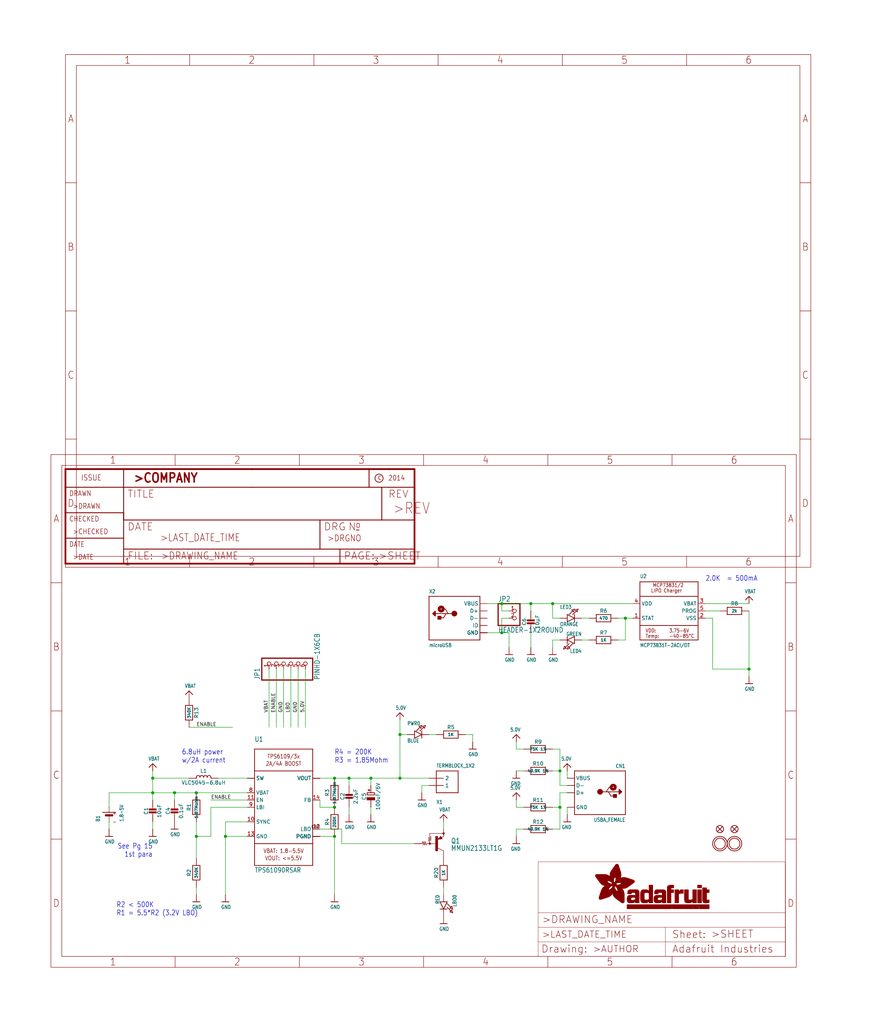
<source format=kicad_sch>
(kicad_sch (version 20211123) (generator eeschema)
  (paper "User" 303.53 357.581)
  (lib_symbols
    (symbol "schematicEagle-eagle-import:-PNP_DRIVER-SC59-BEC"
      (property "Reference" "T" (at -10.16 7.62 0))
      (property "Value" "-PNP_DRIVER-SC59-BEC" (at -10.16 5.08 0))
      (symbol "-PNP_DRIVER-SC59-BEC_1_0"
        (pin passive line (at -7.62 0 0) (length 2.54) (name "B") (number "B"))
        (pin passive line (at 2.54 -5.08 90) (length 2.54) (name "C") (number "C"))
        (pin passive line (at 2.54 5.08 270) (length 2.54) (name "E") (number "E"))
      )
    )
    (symbol "schematicEagle-eagle-import:5.0V" (power)
      (property "Value" "5.0V" (at -1.524 1.016 0))
      (symbol "5.0V_1_0"
        (pin power_in line (at 0 -2.54 90) (length 2.54) (name "5.0V") (number "1"))
      )
    )
    (symbol "schematicEagle-eagle-import:BATTERY"
      (property "Reference" "B" (at -2.54 3.175 0))
      (property "Value" "BATTERY" (at -2.54 -5.08 0))
      (symbol "BATTERY_1_0"
        (text "+" (at 1.27 -1.143 900) (effects (font (size 1.27 1.0795)) (justify right top)))
        (text "-" (at -1.778 -1.143 900) (effects (font (size 1.27 1.0795)) (justify right top)))
        (pin passive line (at -2.54 0 0) (length 0) (name "-") (number "1"))
        (pin passive line (at 2.54 0 180) (length 0) (name "+") (number "2"))
      )
    )
    (symbol "schematicEagle-eagle-import:CAP_CERAMIC0805-NOOUTLINE"
      (property "Reference" "C" (at -2.29 1.25 90))
      (property "Value" "CAP_CERAMIC0805-NOOUTLINE" (at 2.3 1.25 90))
      (symbol "CAP_CERAMIC0805-NOOUTLINE_1_0"
        (pin passive line (at 0 5.08 270) (length 2.54) (name "1") (number "1"))
        (pin passive line (at 0 -2.54 90) (length 2.54) (name "2") (number "2"))
      )
    )
    (symbol "schematicEagle-eagle-import:CAP_TANTALUMB{slash}3528_REFLOW"
      (property "Reference" "C" (at -2.39 1.25 90))
      (property "Value" "CAP_TANTALUMB{slash}3528_REFLOW" (at 2.5 1.25 90))
      (symbol "CAP_TANTALUMB{slash}3528_REFLOW_1_0"
        (pin passive line (at 0 5.08 270) (length 2.54) (name "+") (number "+"))
        (pin passive line (at 0 -2.54 90) (length 2.54) (name "-") (number "-"))
      )
    )
    (symbol "schematicEagle-eagle-import:FIDUCIAL{dblquote}{dblquote}")
    (symbol "schematicEagle-eagle-import:FRAME_A4"
      (symbol "FRAME_A4_0_0"
        (text "1" (at 21.6958 1.905 0) (effects (font (size 2.54 2.286))))
        (text "1" (at 21.6958 177.165 0) (effects (font (size 2.54 2.286))))
        (text "2" (at 65.0875 1.905 0) (effects (font (size 2.54 2.286))))
        (text "2" (at 65.0875 177.165 0) (effects (font (size 2.54 2.286))))
        (text "3" (at 108.4792 1.905 0) (effects (font (size 2.54 2.286))))
        (text "3" (at 108.4792 177.165 0) (effects (font (size 2.54 2.286))))
        (text "4" (at 151.8708 1.905 0) (effects (font (size 2.54 2.286))))
        (text "4" (at 151.8708 177.165 0) (effects (font (size 2.54 2.286))))
        (text "5" (at 195.2625 1.905 0) (effects (font (size 2.54 2.286))))
        (text "5" (at 195.2625 177.165 0) (effects (font (size 2.54 2.286))))
        (text "6" (at 238.6542 1.905 0) (effects (font (size 2.54 2.286))))
        (text "6" (at 238.6542 177.165 0) (effects (font (size 2.54 2.286))))
        (text "A" (at 1.905 156.6863 0) (effects (font (size 2.54 2.286))))
        (text "A" (at 258.445 156.6863 0) (effects (font (size 2.54 2.286))))
        (text "B" (at 1.905 111.9188 0) (effects (font (size 2.54 2.286))))
        (text "B" (at 258.445 111.9188 0) (effects (font (size 2.54 2.286))))
        (text "C" (at 1.905 67.1513 0) (effects (font (size 2.54 2.286))))
        (text "C" (at 258.445 67.1513 0) (effects (font (size 2.54 2.286))))
        (text "D" (at 1.905 22.3838 0) (effects (font (size 2.54 2.286))))
        (text "D" (at 258.445 22.3838 0) (effects (font (size 2.54 2.286))))
      )
      (symbol "FRAME_A4_2_0"
        (text "2014" (at 112.7125 30.1625 0) (effects (font (size 1.778 1.5113)) (justify left bottom)))
        (text ">CHECKED" (at 2.54 11.43 0) (effects (font (size 1.778 1.5113)) (justify left bottom)))
        (text ">COMPANY" (at 23.6538 29.3687 0) (effects (font (size 3.175 2.6987) (thickness 0.5397) bold) (justify left bottom)))
        (text ">DATE" (at 2.54 2.54 0) (effects (font (size 1.778 1.5113)) (justify left bottom)))
        (text ">DRAWING_NAME" (at 33.3375 2.54 0) (effects (font (size 2.54 2.159)) (justify left bottom)))
        (text ">DRAWN" (at 2.54 20.32 0) (effects (font (size 1.778 1.5113)) (justify left bottom)))
        (text ">DRGNO" (at 91.44 8.89 0) (effects (font (size 2.1844 1.8567)) (justify left bottom)))
        (text ">LAST_DATE_TIME" (at 33.02 8.89 0) (effects (font (size 2.54 2.159)) (justify left bottom)))
        (text ">REV" (at 114.3 18.415 0) (effects (font (size 3.81 3.2385)) (justify left bottom)))
        (text ">SHEET" (at 109.22 2.54 0) (effects (font (size 2.54 2.54)) (justify left bottom)))
        (text "C" (at 109.0612 30.48 0) (effects (font (size 1.27 1.0795)) (justify left bottom)))
        (text "CHECKED" (at 1.27 15.875 0) (effects (font (size 1.778 1.5113)) (justify left bottom)))
        (text "DATE" (at 1.27 6.985 0) (effects (font (size 1.778 1.5113)) (justify left bottom)))
        (text "DATE" (at 21.59 12.7 0) (effects (font (size 2.54 2.54)) (justify left bottom)))
        (text "DRAWN" (at 1.27 24.765 0) (effects (font (size 1.778 1.5113)) (justify left bottom)))
        (text "DRG" (at 90.17 12.7 0) (effects (font (size 2.54 2.54)) (justify left bottom)))
        (text "FILE:" (at 21.59 2.54 0) (effects (font (size 2.54 2.54)) (justify left bottom)))
        (text "ISSUE" (at 5.3975 30.1625 0) (effects (font (size 1.9304 1.6408)) (justify left bottom)))
        (text "N" (at 98.7425 12.7 0) (effects (font (size 2.54 2.54)) (justify left bottom)))
        (text "o" (at 101.2825 13.6525 0) (effects (font (size 2.1844 1.8567)) (justify left bottom)))
        (text "PAGE:" (at 97.155 2.54 0) (effects (font (size 2.54 2.54)) (justify left bottom)))
        (text "REV" (at 112.7125 24.13 0) (effects (font (size 2.54 2.54)) (justify left bottom)))
        (text "TITLE" (at 21.59 24.13 0) (effects (font (size 2.54 2.54)) (justify left bottom)))
      )
    )
    (symbol "schematicEagle-eagle-import:FRAME_A4_ADAFRUIT"
      (symbol "FRAME_A4_ADAFRUIT_0_0"
        (text "1" (at 21.6958 1.905 0) (effects (font (size 2.54 2.286))))
        (text "1" (at 21.6958 177.165 0) (effects (font (size 2.54 2.286))))
        (text "2" (at 65.0875 1.905 0) (effects (font (size 2.54 2.286))))
        (text "2" (at 65.0875 177.165 0) (effects (font (size 2.54 2.286))))
        (text "3" (at 108.4792 1.905 0) (effects (font (size 2.54 2.286))))
        (text "3" (at 108.4792 177.165 0) (effects (font (size 2.54 2.286))))
        (text "4" (at 151.8708 1.905 0) (effects (font (size 2.54 2.286))))
        (text "4" (at 151.8708 177.165 0) (effects (font (size 2.54 2.286))))
        (text "5" (at 195.2625 1.905 0) (effects (font (size 2.54 2.286))))
        (text "5" (at 195.2625 177.165 0) (effects (font (size 2.54 2.286))))
        (text "6" (at 238.6542 1.905 0) (effects (font (size 2.54 2.286))))
        (text "6" (at 238.6542 177.165 0) (effects (font (size 2.54 2.286))))
        (text "A" (at 1.905 156.6863 0) (effects (font (size 2.54 2.286))))
        (text "A" (at 258.445 156.6863 0) (effects (font (size 2.54 2.286))))
        (text "B" (at 1.905 111.9188 0) (effects (font (size 2.54 2.286))))
        (text "B" (at 258.445 111.9188 0) (effects (font (size 2.54 2.286))))
        (text "C" (at 1.905 67.1513 0) (effects (font (size 2.54 2.286))))
        (text "C" (at 258.445 67.1513 0) (effects (font (size 2.54 2.286))))
        (text "D" (at 1.905 22.3838 0) (effects (font (size 2.54 2.286))))
        (text "D" (at 258.445 22.3838 0) (effects (font (size 2.54 2.286))))
      )
      (symbol "FRAME_A4_ADAFRUIT_1_0"
        (text ">AUTHOR" (at 189.23 5.08 0) (effects (font (size 2.286 2.286)) (justify left bottom)))
        (text ">DRAWING_NAME" (at 171.45 15.24 0) (effects (font (size 2.54 2.54)) (justify left bottom)))
        (text ">LAST_DATE_TIME" (at 171.45 10.16 0) (effects (font (size 2.286 2.286)) (justify left bottom)))
        (text ">SHEET" (at 230.505 10.16 0) (effects (font (size 2.54 2.54)) (justify left bottom)))
        (text "Adafruit Industries" (at 216.916 4.953 0) (effects (font (size 2.54 2.54)) (justify left bottom)))
        (text "Drawing:" (at 171.196 4.953 0) (effects (font (size 2.54 2.54)) (justify left bottom)))
        (text "Sheet:" (at 216.916 10.033 0) (effects (font (size 2.54 2.54)) (justify left bottom)))
      )
    )
    (symbol "schematicEagle-eagle-import:GND" (power)
      (property "Value" "GND" (at -1.524 -2.54 0))
      (symbol "GND_1_0"
        (pin power_in line (at 0 2.54 270) (length 2.54) (name "GND") (number "1"))
      )
    )
    (symbol "schematicEagle-eagle-import:HEADER-1X2ROUND"
      (property "Reference" "JP" (at -6.35 5.715 0))
      (property "Value" "HEADER-1X2ROUND" (at -6.35 -5.08 0))
      (symbol "HEADER-1X2ROUND_1_0"
        (pin passive inverted (at -2.54 2.54 0) (length 2.54) (name "1") (number "1"))
        (pin passive inverted (at -2.54 0 0) (length 2.54) (name "2") (number "2"))
      )
    )
    (symbol "schematicEagle-eagle-import:INDUCTORTDK_VLC5045"
      (property "Reference" "L" (at 0 2.54 0))
      (property "Value" "INDUCTORTDK_VLC5045" (at 0 -1.54 0))
      (symbol "INDUCTORTDK_VLC5045_1_0"
        (pin passive line (at -5.08 0 0) (length 2.54) (name "1") (number "P$1"))
        (pin passive line (at 5.08 0 180) (length 2.54) (name "2") (number "P$2"))
      )
    )
    (symbol "schematicEagle-eagle-import:LED0805_NOOUTLINE"
      (property "Reference" "LED" (at -5.08 3.175 0))
      (property "Value" "LED0805_NOOUTLINE" (at -5.08 -2.794 0))
      (symbol "LED0805_NOOUTLINE_1_0"
        (pin passive line (at -5.08 0 0) (length 2.54) (name "A") (number "A"))
        (pin passive line (at 2.54 0 180) (length 2.54) (name "C") (number "C"))
      )
    )
    (symbol "schematicEagle-eagle-import:MCP73831{slash}2"
      (property "Reference" "U" (at -10.16 11.43 0))
      (property "Value" "MCP73831{slash}2" (at -10.16 -12.7 0))
      (symbol "MCP73831{slash}2_1_0"
        (text "-40-85°C" (at 0 -9.525 0) (effects (font (size 1.27 1.0795)) (justify left bottom)))
        (text "3.75-6V" (at 0 -7.62 0) (effects (font (size 1.27 1.0795)) (justify left bottom)))
        (text "LIPO Charger" (at -6.35 6.35 0) (effects (font (size 1.27 1.0795)) (justify left bottom)))
        (text "MCP73831/2" (at -5.715 8.255 0) (effects (font (size 1.27 1.0795)) (justify left bottom)))
        (text "Temp:" (at -8.255 -9.525 0) (effects (font (size 1.27 1.0795)) (justify left bottom)))
        (text "VDD:" (at -8.255 -7.62 0) (effects (font (size 1.27 1.0795)) (justify left bottom)))
        (pin output line (at -12.7 -2.54 0) (length 2.54) (name "STAT") (number "1"))
        (pin power_in line (at 12.7 -2.54 180) (length 2.54) (name "VSS") (number "2"))
        (pin power_in line (at 12.7 2.54 180) (length 2.54) (name "VBAT") (number "3"))
        (pin power_in line (at -12.7 2.54 0) (length 2.54) (name "VDD") (number "4"))
        (pin input line (at 12.7 0 180) (length 2.54) (name "PROG") (number "5"))
      )
    )
    (symbol "schematicEagle-eagle-import:MOUNTINGHOLE2.5")
    (symbol "schematicEagle-eagle-import:PINHD-1X6CB"
      (property "Reference" "JP" (at -6.35 10.795 0))
      (property "Value" "PINHD-1X6CB" (at -6.35 -10.16 0))
      (symbol "PINHD-1X6CB_1_0"
        (pin passive inverted (at -2.54 7.62 0) (length 2.54) (name "1") (number "1"))
        (pin passive inverted (at -2.54 5.08 0) (length 2.54) (name "2") (number "2"))
        (pin passive inverted (at -2.54 2.54 0) (length 2.54) (name "3") (number "3"))
        (pin passive inverted (at -2.54 0 0) (length 2.54) (name "4") (number "4"))
        (pin passive inverted (at -2.54 -2.54 0) (length 2.54) (name "5") (number "5"))
        (pin passive inverted (at -2.54 -5.08 0) (length 2.54) (name "6") (number "6"))
      )
    )
    (symbol "schematicEagle-eagle-import:RESISTOR0805_NOOUTLINE"
      (property "Reference" "R" (at 0 2.54 0))
      (property "Value" "RESISTOR0805_NOOUTLINE" (at 0 0 0))
      (symbol "RESISTOR0805_NOOUTLINE_1_0"
        (pin passive line (at -5.08 0 0) (length 2.54) (name "1") (number "1"))
        (pin passive line (at 5.08 0 180) (length 2.54) (name "2") (number "2"))
      )
    )
    (symbol "schematicEagle-eagle-import:TERMBLOCK_1X2"
      (property "Reference" "X" (at -2.54 7.62 0))
      (property "Value" "TERMBLOCK_1X2" (at -2.54 -5.08 0))
      (symbol "TERMBLOCK_1X2_1_0"
        (pin passive line (at -5.08 2.54 0) (length 5.08) (name "1") (number "1"))
        (pin passive line (at -5.08 0 0) (length 5.08) (name "2") (number "2"))
      )
    )
    (symbol "schematicEagle-eagle-import:USBMICRO_20329"
      (property "Reference" "X" (at -10.16 8.636 0))
      (property "Value" "USBMICRO_20329" (at -10.16 -10.16 0))
      (symbol "USBMICRO_20329_1_0"
        (pin power_in line (at 10.16 -5.08 180) (length 2.54) (name "GND") (number "BASE@1"))
        (pin power_in line (at 10.16 -5.08 180) (length 2.54) (name "GND") (number "BASE@2"))
        (pin bidirectional line (at 10.16 2.54 180) (length 2.54) (name "D+") (number "D+"))
        (pin bidirectional line (at 10.16 0 180) (length 2.54) (name "D-") (number "D-"))
        (pin power_in line (at 10.16 -5.08 180) (length 2.54) (name "GND") (number "GND"))
        (pin bidirectional line (at 10.16 -2.54 180) (length 2.54) (name "ID") (number "ID"))
        (pin power_in line (at 10.16 -5.08 180) (length 2.54) (name "GND") (number "SPRT@1"))
        (pin power_in line (at 10.16 -5.08 180) (length 2.54) (name "GND") (number "SPRT@2"))
        (pin power_in line (at 10.16 -5.08 180) (length 2.54) (name "GND") (number "SPRT@3"))
        (pin power_in line (at 10.16 -5.08 180) (length 2.54) (name "GND") (number "SPRT@4"))
        (pin power_in line (at 10.16 5.08 180) (length 2.54) (name "VBUS") (number "VBUS"))
      )
    )
    (symbol "schematicEagle-eagle-import:USB_TYPEAPTHFML"
      (property "Reference" "X" (at -10.16 8.636 0))
      (property "Value" "USB_TYPEAPTHFML" (at -10.16 -10.16 0))
      (symbol "USB_TYPEAPTHFML_1_0"
        (pin bidirectional line (at 10.16 0 180) (length 2.54) (name "D+") (number "D+"))
        (pin bidirectional line (at 10.16 2.54 180) (length 2.54) (name "D-") (number "D-"))
        (pin power_in line (at 10.16 -5.08 180) (length 2.54) (name "GND") (number "GND"))
        (pin power_in line (at 10.16 5.08 180) (length 2.54) (name "VBUS") (number "VBUS"))
      )
    )
    (symbol "schematicEagle-eagle-import:VBAT" (power)
      (property "Value" "VBAT" (at -1.524 1.016 0))
      (symbol "VBAT_1_0"
        (pin power_in line (at 0 -2.54 90) (length 2.54) (name "VBAT") (number "1"))
      )
    )
    (symbol "schematicEagle-eagle-import:VREG_TPS6103X"
      (property "Reference" "U" (at -10.16 22.86 0))
      (property "Value" "VREG_TPS6103X" (at -10.16 -22.86 0))
      (symbol "VREG_TPS6103X_1_0"
        (text "2A/4A BOOST" (at 0 15.24 0) (effects (font (size 1.4224 1.209))))
        (text "TPS6109/3x" (at 0 17.78 0) (effects (font (size 1.4224 1.209))))
        (text "VBAT: 1.8-5.5V" (at 0 -15.24 0) (effects (font (size 1.4224 1.209))))
        (text "VOUT: <=5.5V" (at 0 -17.78 0) (effects (font (size 1.4224 1.209))))
        (pin power_in line (at 12.7 10.16 180) (length 2.54) (name "VOUT") (number "1"))
        (pin input line (at -12.7 -5.08 0) (length 2.54) (name "SYNC") (number "10"))
        (pin input line (at -12.7 2.54 0) (length 2.54) (name "EN") (number "11"))
        (pin output line (at 12.7 -7.62 180) (length 2.54) (name "LBO") (number "12"))
        (pin power_in line (at -12.7 -10.16 0) (length 2.54) (name "GND") (number "13"))
        (pin input line (at 12.7 2.54 180) (length 2.54) (name "FB") (number "14"))
        (pin power_in line (at 12.7 10.16 180) (length 2.54) (name "VOUT") (number "15"))
        (pin power_in line (at 12.7 10.16 180) (length 2.54) (name "VOUT") (number "16"))
        (pin input line (at -12.7 10.16 0) (length 2.54) (name "SW") (number "3"))
        (pin input line (at -12.7 10.16 0) (length 2.54) (name "SW") (number "4"))
        (pin power_in line (at 12.7 -10.16 180) (length 2.54) (name "PGND") (number "5"))
        (pin power_in line (at 12.7 -10.16 180) (length 2.54) (name "PGND") (number "6"))
        (pin power_in line (at 12.7 -10.16 180) (length 2.54) (name "PGND") (number "7"))
        (pin input line (at -12.7 5.08 0) (length 2.54) (name "VBAT") (number "8"))
        (pin input line (at -12.7 0 0) (length 2.54) (name "LBI") (number "9"))
        (pin power_in line (at 12.7 -10.16 180) (length 2.54) (name "PGND") (number "P$18"))
        (pin power_in line (at 12.7 -10.16 180) (length 2.54) (name "PGND") (number "P$19"))
        (pin power_in line (at 12.7 -10.16 180) (length 2.54) (name "PGND") (number "P$20"))
        (pin power_in line (at 12.7 -10.16 180) (length 2.54) (name "PGND") (number "P$21"))
        (pin power_in line (at 12.7 -10.16 180) (length 2.54) (name "PGND") (number "P$22"))
        (pin power_in line (at 12.7 -10.16 180) (length 2.54) (name "PGND") (number "THERMAL"))
      )
    )
  )
  (junction (at 53.34 276.86))
  (junction (at 129.54 271.78))
  (junction (at 116.84 292.1))
  (junction (at 218.44 215.9))
  (junction (at 53.34 271.78))
  (junction (at 175.26 220.98))
  (junction (at 185.42 210.82))
  (junction (at 139.7 256.54))
  (junction (at 195.58 269.24))
  (junction (at 68.58 276.86))
  (junction (at 121.92 271.78))
  (junction (at 116.84 271.78))
  (junction (at 60.96 276.86))
  (junction (at 261.62 233.68))
  (junction (at 78.74 292.1))
  (junction (at 195.58 281.94))
  (junction (at 175.26 210.82))
  (junction (at 68.58 292.1))
  (junction (at 193.04 210.82))
  (junction (at 139.7 271.78))
  (junction (at 116.84 281.94))
  (wire (pts (xy 66.04 271.78) (xy 53.34 271.78)))
  (wire (pts (xy 149.86 271.78) (xy 139.7 271.78)))
  (wire (pts (xy 86.36 292.1) (xy 78.74 292.1)))
  (wire (pts (xy 147.32 274.32) (xy 149.86 274.32)))
  (wire (pts (xy 182.88 261.62) (xy 180.34 261.62)))
  (wire (pts (xy 177.8 220.98) (xy 177.8 226.06)))
  (wire (pts (xy 86.36 276.86) (xy 68.58 276.86)))
  (wire (pts (xy 195.58 289.56) (xy 193.04 289.56)))
  (wire (pts (xy 246.38 215.9) (xy 248.92 215.9)))
  (wire (pts (xy 154.94 312.42) (xy 154.94 309.88)))
  (wire (pts (xy 111.76 289.56) (xy 119.38 289.56)))
  (wire (pts (xy 185.42 213.36) (xy 185.42 210.82)))
  (wire (pts (xy 248.92 215.9) (xy 248.92 233.68)))
  (wire (pts (xy 180.34 289.56) (xy 180.34 292.1)))
  (wire (pts (xy 111.76 279.4) (xy 111.76 281.94)))
  (wire (pts (xy 119.38 289.56) (xy 119.38 294.64)))
  (wire (pts (xy 175.26 210.82) (xy 185.42 210.82)))
  (wire (pts (xy 129.54 271.78) (xy 129.54 274.32)))
  (wire (pts (xy 193.04 215.9) (xy 193.04 210.82)))
  (wire (pts (xy 104.14 233.68) (xy 104.14 254)))
  (wire (pts (xy 119.38 294.64) (xy 144.78 294.64)))
  (wire (pts (xy 38.1 276.86) (xy 38.1 281.94)))
  (wire (pts (xy 215.9 223.52) (xy 218.44 223.52)))
  (wire (pts (xy 111.76 271.78) (xy 116.84 271.78)))
  (wire (pts (xy 53.34 287.02) (xy 53.34 289.56)))
  (wire (pts (xy 111.76 292.1) (xy 116.84 292.1)))
  (wire (pts (xy 215.9 215.9) (xy 218.44 215.9)))
  (wire (pts (xy 165.1 256.54) (xy 165.1 259.08)))
  (wire (pts (xy 68.58 276.86) (xy 60.96 276.86)))
  (wire (pts (xy 101.6 233.68) (xy 101.6 254)))
  (wire (pts (xy 116.84 292.1) (xy 116.84 312.42)))
  (wire (pts (xy 195.58 269.24) (xy 193.04 269.24)))
  (wire (pts (xy 185.42 210.82) (xy 193.04 210.82)))
  (wire (pts (xy 195.58 215.9) (xy 193.04 215.9)))
  (wire (pts (xy 96.52 233.68) (xy 96.52 254)))
  (wire (pts (xy 73.66 292.1) (xy 73.66 281.94)))
  (wire (pts (xy 180.34 281.94) (xy 180.34 279.4)))
  (wire (pts (xy 198.12 274.32) (xy 195.58 274.32)))
  (wire (pts (xy 86.36 281.94) (xy 73.66 281.94)))
  (wire (pts (xy 86.36 271.78) (xy 76.2 271.78)))
  (wire (pts (xy 149.86 256.54) (xy 152.4 256.54)))
  (wire (pts (xy 198.12 281.94) (xy 198.12 284.48)))
  (wire (pts (xy 170.18 220.98) (xy 175.26 220.98)))
  (wire (pts (xy 38.1 287.02) (xy 38.1 289.56)))
  (wire (pts (xy 116.84 271.78) (xy 121.92 271.78)))
  (wire (pts (xy 185.42 220.98) (xy 185.42 226.06)))
  (wire (pts (xy 68.58 292.1) (xy 68.58 299.72)))
  (wire (pts (xy 248.92 233.68) (xy 261.62 233.68)))
  (wire (pts (xy 53.34 271.78) (xy 53.34 276.86)))
  (wire (pts (xy 60.96 276.86) (xy 53.34 276.86)))
  (wire (pts (xy 142.24 256.54) (xy 139.7 256.54)))
  (wire (pts (xy 195.58 223.52) (xy 193.04 223.52)))
  (wire (pts (xy 53.34 271.78) (xy 53.34 269.24)))
  (wire (pts (xy 121.92 281.94) (xy 121.92 284.48)))
  (wire (pts (xy 195.58 261.62) (xy 193.04 261.62)))
  (wire (pts (xy 195.58 276.86) (xy 195.58 281.94)))
  (wire (pts (xy 195.58 281.94) (xy 193.04 281.94)))
  (wire (pts (xy 261.62 213.36) (xy 261.62 233.68)))
  (wire (pts (xy 182.88 281.94) (xy 180.34 281.94)))
  (wire (pts (xy 68.58 312.42) (xy 68.58 309.88)))
  (wire (pts (xy 205.74 223.52) (xy 203.2 223.52)))
  (wire (pts (xy 53.34 276.86) (xy 53.34 279.4)))
  (wire (pts (xy 246.38 213.36) (xy 251.46 213.36)))
  (wire (pts (xy 182.88 269.24) (xy 180.34 269.24)))
  (wire (pts (xy 81.28 254) (xy 66.04 254)))
  (wire (pts (xy 78.74 287.02) (xy 78.74 292.1)))
  (wire (pts (xy 139.7 256.54) (xy 139.7 251.46)))
  (wire (pts (xy 177.8 213.36) (xy 175.26 213.36)))
  (wire (pts (xy 198.12 276.86) (xy 195.58 276.86)))
  (wire (pts (xy 147.32 274.32) (xy 147.32 276.86)))
  (wire (pts (xy 175.26 215.9) (xy 175.26 220.98)))
  (wire (pts (xy 68.58 292.1) (xy 68.58 287.02)))
  (wire (pts (xy 261.62 210.82) (xy 246.38 210.82)))
  (wire (pts (xy 175.26 220.98) (xy 177.8 220.98)))
  (wire (pts (xy 99.06 254) (xy 99.06 233.68)))
  (wire (pts (xy 198.12 271.78) (xy 198.12 269.24)))
  (wire (pts (xy 73.66 292.1) (xy 68.58 292.1)))
  (wire (pts (xy 180.34 261.62) (xy 180.34 259.08)))
  (wire (pts (xy 106.68 233.68) (xy 106.68 254)))
  (wire (pts (xy 86.36 279.4) (xy 73.66 279.4)))
  (wire (pts (xy 162.56 256.54) (xy 165.1 256.54)))
  (wire (pts (xy 111.76 281.94) (xy 116.84 281.94)))
  (wire (pts (xy 195.58 274.32) (xy 195.58 269.24)))
  (wire (pts (xy 203.2 215.9) (xy 205.74 215.9)))
  (wire (pts (xy 154.94 289.56) (xy 154.94 287.02)))
  (wire (pts (xy 86.36 287.02) (xy 78.74 287.02)))
  (wire (pts (xy 129.54 281.94) (xy 129.54 284.48)))
  (wire (pts (xy 193.04 223.52) (xy 193.04 226.06)))
  (wire (pts (xy 38.1 276.86) (xy 53.34 276.86)))
  (wire (pts (xy 193.04 210.82) (xy 220.98 210.82)))
  (wire (pts (xy 139.7 271.78) (xy 139.7 256.54)))
  (wire (pts (xy 129.54 271.78) (xy 139.7 271.78)))
  (wire (pts (xy 177.8 215.9) (xy 175.26 215.9)))
  (wire (pts (xy 170.18 210.82) (xy 175.26 210.82)))
  (wire (pts (xy 218.44 223.52) (xy 218.44 215.9)))
  (wire (pts (xy 182.88 289.56) (xy 180.34 289.56)))
  (wire (pts (xy 175.26 213.36) (xy 175.26 210.82)))
  (wire (pts (xy 195.58 269.24) (xy 195.58 261.62)))
  (wire (pts (xy 78.74 292.1) (xy 78.74 312.42)))
  (wire (pts (xy 218.44 215.9) (xy 220.98 215.9)))
  (wire (pts (xy 60.96 279.4) (xy 60.96 276.86)))
  (wire (pts (xy 121.92 274.32) (xy 121.92 271.78)))
  (wire (pts (xy 261.62 233.68) (xy 261.62 236.22)))
  (wire (pts (xy 93.98 233.68) (xy 93.98 254)))
  (wire (pts (xy 121.92 271.78) (xy 129.54 271.78)))
  (wire (pts (xy 195.58 281.94) (xy 195.58 289.56)))
  (text "R2 < 500K\nR1 = 5.5*R2 (3.2V LBO)" (at 40.64 320.04 180) (effects (font (size 1.778 1.5113)) (justify left bottom)))
  (text "6.8uH power\nw/2A current" (at 63.5 266.7 180) (effects (font (size 1.778 1.5113)) (justify left bottom)))
  (text "2.0K  = 500mA" (at 246.38 203.2 180) (effects (font (size 1.778 1.5113)) (justify left bottom)))
  (text "See Pg 15\n1st para" (at 53.34 294.64 180) (effects (font (size 1.778 1.5113)) (justify right top)))
  (text "R4 = 200K\nR3 = 1.85Mohm" (at 116.84 266.7 180) (effects (font (size 1.778 1.5113)) (justify left bottom)))
  (label "ENABLE" (at 68.58 254 0) (effects (font (size 1.2446 1.2446))))
  (label "5.0V" (at 106.68 248.92 90) (effects (font (size 1.2446 1.2446))))
  (label "ENABLE" (at 73.66 279.4 0) (effects (font (size 1.2446 1.2446))))
  (label "VBAT" (at 93.98 248.92 90) (effects (font (size 1.2446 1.2446))))
  (label "GND" (at 104.14 248.92 90) (effects (font (size 1.2446 1.2446))))
  (label "LBO" (at 111.76 289.56 180) (effects (font (size 1.016 1.016))))
  (label "GND" (at 99.06 248.92 90) (effects (font (size 1.2446 1.2446))))
  (label "ENABLE" (at 96.52 248.92 90) (effects (font (size 1.2446 1.2446))))
  (label "LBO" (at 101.6 248.92 90) (effects (font (size 1.2446 1.2446))))
  (symbol (lib_id "schematicEagle-eagle-import:GND") (at 68.58 314.96 0) (unit 1)
    (property "Reference" "#U$1" (effects hide))
    (property "Value" "GND" (at 67.056 317.5 0) (effects (font (size 1.27 1.0795)) (justify left bottom)))
    (property "Footprint" "schematicEagle:" (effects hide))
  )
  (symbol (lib_id "schematicEagle-eagle-import:BATTERY") (at 38.1 284.48 90) (unit 1)
    (property "Reference" "B1" (at 34.925 287.02 0) (effects (font (size 1.27 1.0795)) (justify left bottom)))
    (property "Value" "1.8-5V" (at 43.18 287.02 0) (effects (font (size 1.27 1.0795)) (justify left bottom)))
    (property "Footprint" "schematicEagle:JSTPH2" (effects hide))
  )
  (symbol (lib_id "schematicEagle-eagle-import:GND") (at 78.74 314.96 0) (unit 1)
    (property "Reference" "#U$2" (effects hide))
    (property "Value" "GND" (at 77.216 317.5 0) (effects (font (size 1.27 1.0795)) (justify left bottom)))
    (property "Footprint" "schematicEagle:" (effects hide))
  )
  (symbol (lib_id "schematicEagle-eagle-import:GND") (at 53.34 292.1 0) (unit 1)
    (property "Reference" "#U$4" (effects hide))
    (property "Value" "GND" (at 51.816 294.64 0) (effects (font (size 1.27 1.0795)) (justify left bottom)))
    (property "Footprint" "schematicEagle:" (effects hide))
  )
  (symbol (lib_id "schematicEagle-eagle-import:PINHD-1X6CB") (at 101.6 231.14 90) (unit 1)
    (property "Reference" "JP1" (at 90.805 237.49 0) (effects (font (size 1.778 1.5113)) (justify left bottom)))
    (property "Value" "PINHD-1X6CB" (at 111.76 237.49 0) (effects (font (size 1.778 1.5113)) (justify left bottom)))
    (property "Footprint" "schematicEagle:1X06-CLEANBIG" (effects hide))
  )
  (symbol (lib_id "schematicEagle-eagle-import:RESISTOR0805_NOOUTLINE") (at 210.82 215.9 0) (unit 1)
    (property "Reference" "R6" (at 210.82 213.36 0))
    (property "Value" "470" (at 210.82 215.9 0) (effects (font (size 1.016 1.016) bold)))
    (property "Footprint" "schematicEagle:0805-NO" (effects hide))
  )
  (symbol (lib_id "schematicEagle-eagle-import:FIDUCIAL{dblquote}{dblquote}") (at 251.46 289.56 0) (unit 1)
    (property "Reference" "FID3" (effects hide))
    (property "Value" "FIDUCIAL{dblquote}{dblquote}" (effects hide))
    (property "Footprint" "schematicEagle:FIDUCIAL_1MM" (effects hide))
    (property "Value" "FIDUCIAL{dblquote}{dblquote}" (effects hide))
  )
  (symbol (lib_id "schematicEagle-eagle-import:MOUNTINGHOLE2.5") (at 251.46 294.64 0) (unit 1)
    (property "Reference" "U$12" (effects hide))
    (property "Value" "MOUNTINGHOLE2.5" (effects hide))
    (property "Footprint" "schematicEagle:MOUNTINGHOLE_2.5_PLATED" (effects hide))
  )
  (symbol (lib_id "schematicEagle-eagle-import:RESISTOR0805_NOOUTLINE") (at 187.96 289.56 0) (mirror y) (unit 1)
    (property "Reference" "R12" (at 187.96 287.02 0))
    (property "Value" "49.9K 1%" (at 187.96 289.56 0) (effects (font (size 1.016 1.016) bold)))
    (property "Footprint" "schematicEagle:0805-NO" (effects hide))
  )
  (symbol (lib_id "schematicEagle-eagle-import:MCP73831{slash}2") (at 233.68 213.36 0) (unit 1)
    (property "Reference" "U2" (at 223.52 201.93 0) (effects (font (size 1.27 1.0795)) (justify left bottom)))
    (property "Value" "MCP73831T-2ACI/OT" (at 223.52 226.06 0) (effects (font (size 1.27 1.0795)) (justify left bottom)))
    (property "Footprint" "schematicEagle:SOT23-5" (effects hide))
  )
  (symbol (lib_id "schematicEagle-eagle-import:VBAT") (at 53.34 266.7 0) (unit 1)
    (property "Reference" "#U$19" (effects hide))
    (property "Value" "VBAT" (at 51.816 265.684 0) (effects (font (size 1.27 1.0795)) (justify left bottom)))
    (property "Footprint" "schematicEagle:" (effects hide))
  )
  (symbol (lib_id "schematicEagle-eagle-import:5.0V") (at 198.12 266.7 0) (mirror y) (unit 1)
    (property "Reference" "#U$17" (effects hide))
    (property "Value" "5.0V" (at 199.644 265.684 0) (effects (font (size 1.27 1.0795)) (justify left bottom)))
    (property "Footprint" "schematicEagle:" (effects hide))
  )
  (symbol (lib_id "schematicEagle-eagle-import:CAP_CERAMIC0805-NOOUTLINE") (at 60.96 284.48 0) (unit 1)
    (property "Reference" "C4" (at 58.67 283.23 90))
    (property "Value" "0.1uF" (at 63.26 283.23 90))
    (property "Footprint" "schematicEagle:0805-NO" (effects hide))
  )
  (symbol (lib_id "schematicEagle-eagle-import:GND") (at 147.32 279.4 0) (unit 1)
    (property "Reference" "#U$9" (effects hide))
    (property "Value" "GND" (at 145.796 281.94 0) (effects (font (size 1.27 1.0795)) (justify left bottom)))
    (property "Footprint" "schematicEagle:" (effects hide))
  )
  (symbol (lib_id "schematicEagle-eagle-import:INDUCTORTDK_VLC5045") (at 71.12 271.78 0) (unit 1)
    (property "Reference" "L1" (at 71.12 269.24 0))
    (property "Value" "VLC5045-6.8uH" (at 71.12 273.32 0))
    (property "Footprint" "schematicEagle:INDUCTOR_5X5MM_TDK_VLC5045" (effects hide))
  )
  (symbol (lib_id "schematicEagle-eagle-import:CAP_CERAMIC0805-NOOUTLINE") (at 185.42 218.44 0) (unit 1)
    (property "Reference" "C6" (at 183.13 217.19 90))
    (property "Value" "10µF" (at 187.72 217.19 90))
    (property "Footprint" "schematicEagle:0805-NO" (effects hide))
  )
  (symbol (lib_id "schematicEagle-eagle-import:FRAME_A4_ADAFRUIT") (at 17.78 337.82 0) (unit 1)
    (property "Reference" "#U$23" (effects hide))
    (property "Value" "FRAME_A4_ADAFRUIT" (effects hide))
    (property "Footprint" "schematicEagle:" (effects hide))
  )
  (symbol (lib_id "schematicEagle-eagle-import:USB_TYPEAPTHFML") (at 208.28 276.86 0) (mirror y) (unit 1)
    (property "Reference" "CN1" (at 218.44 268.224 0) (effects (font (size 1.27 1.0795)) (justify left bottom)))
    (property "Value" "USBA_FEMALE" (at 218.44 287.02 0) (effects (font (size 1.27 1.0795)) (justify left bottom)))
    (property "Footprint" "schematicEagle:USB_HOST-PTH" (effects hide))
  )
  (symbol (lib_id "schematicEagle-eagle-import:RESISTOR0805_NOOUTLINE") (at 256.54 213.36 0) (unit 1)
    (property "Reference" "R8" (at 256.54 210.82 0))
    (property "Value" "2k" (at 256.54 213.36 0) (effects (font (size 1.016 1.016) bold)))
    (property "Footprint" "schematicEagle:0805-NO" (effects hide))
  )
  (symbol (lib_id "schematicEagle-eagle-import:5.0V") (at 139.7 248.92 0) (unit 1)
    (property "Reference" "#U$7" (effects hide))
    (property "Value" "5.0V" (at 138.176 247.904 0) (effects (font (size 1.27 1.0795)) (justify left bottom)))
    (property "Footprint" "schematicEagle:" (effects hide))
  )
  (symbol (lib_id "schematicEagle-eagle-import:5.0V") (at 180.34 256.54 0) (mirror y) (unit 1)
    (property "Reference" "#U$15" (effects hide))
    (property "Value" "5.0V" (at 181.864 255.524 0) (effects (font (size 1.27 1.0795)) (justify left bottom)))
    (property "Footprint" "schematicEagle:" (effects hide))
  )
  (symbol (lib_id "schematicEagle-eagle-import:FRAME_A4") (at 22.86 198.12 0) (unit 2)
    (property "Reference" "#FRAME1" (effects hide))
    (property "Value" "FRAME_A4" (effects hide))
    (property "Footprint" "schematicEagle:" (effects hide))
  )
  (symbol (lib_id "schematicEagle-eagle-import:GND") (at 261.62 238.76 0) (unit 1)
    (property "Reference" "#U$32" (effects hide))
    (property "Value" "GND" (at 260.096 241.3 0) (effects (font (size 1.27 1.0795)) (justify left bottom)))
    (property "Footprint" "schematicEagle:" (effects hide))
  )
  (symbol (lib_id "schematicEagle-eagle-import:VBAT") (at 66.04 241.3 0) (unit 1)
    (property "Reference" "#U$27" (effects hide))
    (property "Value" "VBAT" (at 64.516 240.284 0) (effects (font (size 1.27 1.0795)) (justify left bottom)))
    (property "Footprint" "schematicEagle:" (effects hide))
  )
  (symbol (lib_id "schematicEagle-eagle-import:GND") (at 116.84 314.96 0) (unit 1)
    (property "Reference" "#U$3" (effects hide))
    (property "Value" "GND" (at 115.316 317.5 0) (effects (font (size 1.27 1.0795)) (justify left bottom)))
    (property "Footprint" "schematicEagle:" (effects hide))
  )
  (symbol (lib_id "schematicEagle-eagle-import:CAP_CERAMIC0805-NOOUTLINE") (at 121.92 279.4 0) (unit 1)
    (property "Reference" "C2" (at 119.63 278.15 90))
    (property "Value" "2.2uF" (at 124.22 278.15 90))
    (property "Footprint" "schematicEagle:0805-NO" (effects hide))
  )
  (symbol (lib_id "schematicEagle-eagle-import:USBMICRO_20329") (at 160.02 215.9 0) (unit 1)
    (property "Reference" "X2" (at 149.86 207.264 0) (effects (font (size 1.27 1.0795)) (justify left bottom)))
    (property "Value" "microUSB" (at 149.86 226.06 0) (effects (font (size 1.27 1.0795)) (justify left bottom)))
    (property "Footprint" "schematicEagle:4UCONN_20329" (effects hide))
  )
  (symbol (lib_id "schematicEagle-eagle-import:MOUNTINGHOLE2.5") (at 256.54 294.64 0) (unit 1)
    (property "Reference" "U$10" (effects hide))
    (property "Value" "MOUNTINGHOLE2.5" (effects hide))
    (property "Footprint" "schematicEagle:MOUNTINGHOLE_2.5_PLATED" (effects hide))
  )
  (symbol (lib_id "schematicEagle-eagle-import:VREG_TPS6103X") (at 99.06 281.94 0) (unit 1)
    (property "Reference" "U1" (at 88.9 259.08 0) (effects (font (size 1.6764 1.4249)) (justify left bottom)))
    (property "Value" "TPS61090RSAR" (at 88.9 304.8 0) (effects (font (size 1.6764 1.4249)) (justify left bottom)))
    (property "Footprint" "schematicEagle:PVQFN-16" (effects hide))
  )
  (symbol (lib_id "schematicEagle-eagle-import:GND") (at 38.1 292.1 0) (unit 1)
    (property "Reference" "#U$5" (effects hide))
    (property "Value" "GND" (at 36.576 294.64 0) (effects (font (size 1.27 1.0795)) (justify left bottom)))
    (property "Footprint" "schematicEagle:" (effects hide))
  )
  (symbol (lib_id "schematicEagle-eagle-import:CAP_TANTALUMB{slash}3528_REFLOW") (at 129.54 279.4 0) (unit 1)
    (property "Reference" "C5" (at 127.15 278.15 90))
    (property "Value" "100uF/6V" (at 132.04 278.15 90))
    (property "Footprint" "schematicEagle:EIA3528-21_B-R" (effects hide))
  )
  (symbol (lib_id "schematicEagle-eagle-import:RESISTOR0805_NOOUTLINE") (at 66.04 248.92 270) (unit 1)
    (property "Reference" "R13" (at 68.58 248.92 0))
    (property "Value" "340K" (at 66.04 248.92 0) (effects (font (size 1.016 1.016) bold)))
    (property "Footprint" "schematicEagle:0805-NO" (effects hide))
  )
  (symbol (lib_id "schematicEagle-eagle-import:LED0805_NOOUTLINE") (at 147.32 256.54 0) (unit 1)
    (property "Reference" "PWR0" (at 142.24 253.365 0) (effects (font (size 1.27 1.0795)) (justify left bottom)))
    (property "Value" "BLUE" (at 142.24 259.334 0) (effects (font (size 1.27 1.0795)) (justify left bottom)))
    (property "Footprint" "schematicEagle:CHIPLED_0805_NOOUTLINE" (effects hide))
  )
  (symbol (lib_id "schematicEagle-eagle-import:RESISTOR0805_NOOUTLINE") (at 210.82 223.52 0) (unit 1)
    (property "Reference" "R7" (at 210.82 220.98 0))
    (property "Value" "1K" (at 210.82 223.52 0) (effects (font (size 1.016 1.016) bold)))
    (property "Footprint" "schematicEagle:0805-NO" (effects hide))
  )
  (symbol (lib_id "schematicEagle-eagle-import:RESISTOR0805_NOOUTLINE") (at 187.96 281.94 0) (mirror y) (unit 1)
    (property "Reference" "R11" (at 187.96 279.4 0))
    (property "Value" "75K 1%" (at 187.96 281.94 0) (effects (font (size 1.016 1.016) bold)))
    (property "Footprint" "schematicEagle:0805-NO" (effects hide))
  )
  (symbol (lib_id "schematicEagle-eagle-import:RESISTOR0805_NOOUTLINE") (at 187.96 269.24 0) (mirror y) (unit 1)
    (property "Reference" "R10" (at 187.96 266.7 0))
    (property "Value" "49.9K 1%" (at 187.96 269.24 0) (effects (font (size 1.016 1.016) bold)))
    (property "Footprint" "schematicEagle:0805-NO" (effects hide))
  )
  (symbol (lib_id "schematicEagle-eagle-import:-PNP_DRIVER-SC59-BEC") (at 152.4 294.64 0) (unit 1)
    (property "Reference" "Q1" (at 157.48 294.64 0) (effects (font (size 1.778 1.5113)) (justify left bottom)))
    (property "Value" "MMUN2133LT1G" (at 157.48 297.18 0) (effects (font (size 1.778 1.5113)) (justify left bottom)))
    (property "Footprint" "schematicEagle:SC59-BEC" (effects hide))
  )
  (symbol (lib_id "schematicEagle-eagle-import:GND") (at 177.8 228.6 0) (unit 1)
    (property "Reference" "#U$30" (effects hide))
    (property "Value" "GND" (at 176.276 231.14 0) (effects (font (size 1.27 1.0795)) (justify left bottom)))
    (property "Footprint" "schematicEagle:" (effects hide))
  )
  (symbol (lib_id "schematicEagle-eagle-import:CAP_CERAMIC0805-NOOUTLINE") (at 53.34 284.48 0) (unit 1)
    (property "Reference" "C1" (at 51.05 283.23 90))
    (property "Value" "10uF" (at 55.64 283.23 90))
    (property "Footprint" "schematicEagle:0805-NO" (effects hide))
  )
  (symbol (lib_id "schematicEagle-eagle-import:RESISTOR0805_NOOUTLINE") (at 68.58 304.8 90) (unit 1)
    (property "Reference" "R2" (at 66.04 304.8 0))
    (property "Value" "340K" (at 68.58 304.8 0) (effects (font (size 1.016 1.016) bold)))
    (property "Footprint" "schematicEagle:0805-NO" (effects hide))
  )
  (symbol (lib_id "schematicEagle-eagle-import:LED0805_NOOUTLINE") (at 200.66 215.9 0) (unit 1)
    (property "Reference" "LED3" (at 195.58 212.725 0) (effects (font (size 1.27 1.0795)) (justify left bottom)))
    (property "Value" "ORANGE" (at 195.58 218.694 0) (effects (font (size 1.27 1.0795)) (justify left bottom)))
    (property "Footprint" "schematicEagle:CHIPLED_0805_NOOUTLINE" (effects hide))
  )
  (symbol (lib_id "schematicEagle-eagle-import:GND") (at 60.96 289.56 0) (unit 1)
    (property "Reference" "#U$24" (effects hide))
    (property "Value" "GND" (at 59.436 292.1 0) (effects (font (size 1.27 1.0795)) (justify left bottom)))
    (property "Footprint" "schematicEagle:" (effects hide))
  )
  (symbol (lib_id "schematicEagle-eagle-import:RESISTOR0805_NOOUTLINE") (at 68.58 281.94 90) (unit 1)
    (property "Reference" "R1" (at 66.04 281.94 0))
    (property "Value" "1.87Mohm" (at 68.58 281.94 0) (effects (font (size 1.016 1.016) bold)))
    (property "Footprint" "schematicEagle:0805-NO" (effects hide))
  )
  (symbol (lib_id "schematicEagle-eagle-import:GND") (at 193.04 228.6 0) (unit 1)
    (property "Reference" "#U$33" (effects hide))
    (property "Value" "GND" (at 191.516 231.14 0) (effects (font (size 1.27 1.0795)) (justify left bottom)))
    (property "Footprint" "schematicEagle:" (effects hide))
  )
  (symbol (lib_id "schematicEagle-eagle-import:VBAT") (at 154.94 284.48 0) (unit 1)
    (property "Reference" "#U$11" (effects hide))
    (property "Value" "VBAT" (at 153.416 283.464 0) (effects (font (size 1.27 1.0795)) (justify left bottom)))
    (property "Footprint" "schematicEagle:" (effects hide))
  )
  (symbol (lib_id "schematicEagle-eagle-import:RESISTOR0805_NOOUTLINE") (at 116.84 287.02 90) (unit 1)
    (property "Reference" "R4" (at 114.3 287.02 0))
    (property "Value" "200K" (at 116.84 287.02 0) (effects (font (size 1.016 1.016) bold)))
    (property "Footprint" "schematicEagle:0805-NO" (effects hide))
  )
  (symbol (lib_id "schematicEagle-eagle-import:GND") (at 180.34 294.64 0) (mirror y) (unit 1)
    (property "Reference" "#U$21" (effects hide))
    (property "Value" "GND" (at 181.864 297.18 0) (effects (font (size 1.27 1.0795)) (justify left bottom)))
    (property "Footprint" "schematicEagle:" (effects hide))
  )
  (symbol (lib_id "schematicEagle-eagle-import:GND") (at 165.1 261.62 0) (unit 1)
    (property "Reference" "#U$14" (effects hide))
    (property "Value" "GND" (at 163.576 264.16 0) (effects (font (size 1.27 1.0795)) (justify left bottom)))
    (property "Footprint" "schematicEagle:" (effects hide))
  )
  (symbol (lib_id "schematicEagle-eagle-import:VBAT") (at 261.62 208.28 0) (unit 1)
    (property "Reference" "#U$34" (effects hide))
    (property "Value" "VBAT" (at 260.096 207.264 0) (effects (font (size 1.27 1.0795)) (justify left bottom)))
    (property "Footprint" "schematicEagle:" (effects hide))
  )
  (symbol (lib_id "schematicEagle-eagle-import:RESISTOR0805_NOOUTLINE") (at 157.48 256.54 0) (unit 1)
    (property "Reference" "R5" (at 157.48 254 0))
    (property "Value" "1K" (at 157.48 256.54 0) (effects (font (size 1.016 1.016) bold)))
    (property "Footprint" "schematicEagle:0805-NO" (effects hide))
  )
  (symbol (lib_id "schematicEagle-eagle-import:GND") (at 198.12 287.02 0) (mirror y) (unit 1)
    (property "Reference" "#U$22" (effects hide))
    (property "Value" "GND" (at 199.644 289.56 0) (effects (font (size 1.27 1.0795)) (justify left bottom)))
    (property "Footprint" "schematicEagle:" (effects hide))
  )
  (symbol (lib_id "schematicEagle-eagle-import:RESISTOR0805_NOOUTLINE") (at 187.96 261.62 0) (mirror y) (unit 1)
    (property "Reference" "R9" (at 187.96 259.08 0))
    (property "Value" "75K 1%" (at 187.96 261.62 0) (effects (font (size 1.016 1.016) bold)))
    (property "Footprint" "schematicEagle:0805-NO" (effects hide))
  )
  (symbol (lib_id "schematicEagle-eagle-import:TERMBLOCK_1X2") (at 154.94 271.78 0) (mirror x) (unit 1)
    (property "Reference" "X1" (at 152.4 279.4 0) (effects (font (size 1.27 1.0795)) (justify left bottom)))
    (property "Value" "TERMBLOCK_1X2" (at 152.4 266.7 0) (effects (font (size 1.27 1.0795)) (justify left bottom)))
    (property "Footprint" "schematicEagle:TERMBLOCK_1X2-3.5MM" (effects hide))
  )
  (symbol (lib_id "schematicEagle-eagle-import:5.0V") (at 180.34 276.86 0) (mirror y) (unit 1)
    (property "Reference" "#U$16" (effects hide))
    (property "Value" "5.0V" (at 181.864 275.844 0) (effects (font (size 1.27 1.0795)) (justify left bottom)))
    (property "Footprint" "schematicEagle:" (effects hide))
  )
  (symbol (lib_id "schematicEagle-eagle-import:LED0805_NOOUTLINE") (at 154.94 317.5 270) (unit 1)
    (property "Reference" "LBO0" (at 158.115 312.42 0) (effects (font (size 1.27 1.0795)) (justify left bottom)))
    (property "Value" "RED" (at 152.146 312.42 0) (effects (font (size 1.27 1.0795)) (justify left bottom)))
    (property "Footprint" "schematicEagle:CHIPLED_0805_NOOUTLINE" (effects hide))
  )
  (symbol (lib_id "schematicEagle-eagle-import:HEADER-1X2ROUND") (at 180.34 215.9 0) (unit 1)
    (property "Reference" "JP2" (at 173.99 210.185 0) (effects (font (size 1.778 1.5113)) (justify left bottom)))
    (property "Value" "HEADER-1X2ROUND" (at 173.99 220.98 0) (effects (font (size 1.778 1.5113)) (justify left bottom)))
    (property "Footprint" "schematicEagle:1X02_ROUND" (effects hide))
  )
  (symbol (lib_id "schematicEagle-eagle-import:GND") (at 180.34 271.78 0) (mirror y) (unit 1)
    (property "Reference" "#U$18" (effects hide))
    (property "Value" "GND" (at 181.864 274.32 0) (effects (font (size 1.27 1.0795)) (justify left bottom)))
    (property "Footprint" "schematicEagle:" (effects hide))
  )
  (symbol (lib_id "schematicEagle-eagle-import:GND") (at 185.42 228.6 0) (unit 1)
    (property "Reference" "#U$31" (effects hide))
    (property "Value" "GND" (at 183.896 231.14 0) (effects (font (size 1.27 1.0795)) (justify left bottom)))
    (property "Footprint" "schematicEagle:" (effects hide))
  )
  (symbol (lib_id "schematicEagle-eagle-import:LED0805_NOOUTLINE") (at 198.12 223.52 180) (unit 1)
    (property "Reference" "LED4" (at 203.2 226.695 0) (effects (font (size 1.27 1.0795)) (justify left bottom)))
    (property "Value" "GREEN" (at 203.2 220.726 0) (effects (font (size 1.27 1.0795)) (justify left bottom)))
    (property "Footprint" "schematicEagle:CHIPLED_0805_NOOUTLINE" (effects hide))
  )
  (symbol (lib_id "schematicEagle-eagle-import:FIDUCIAL{dblquote}{dblquote}") (at 256.54 289.56 0) (unit 1)
    (property "Reference" "FID2" (effects hide))
    (property "Value" "FIDUCIAL{dblquote}{dblquote}" (effects hide))
    (property "Footprint" "schematicEagle:FIDUCIAL_1MM" (effects hide))
  )
  (symbol (lib_id "schematicEagle-eagle-import:RESISTOR0805_NOOUTLINE") (at 116.84 276.86 90) (unit 1)
    (property "Reference" "R3" (at 114.3 276.86 0))
    (property "Value" "1.87Mohm" (at 116.84 276.86 0) (effects (font (size 1.016 1.016) bold)))
    (property "Footprint" "schematicEagle:0805-NO" (effects hide))
  )
  (symbol (lib_id "schematicEagle-eagle-import:RESISTOR0805_NOOUTLINE") (at 154.94 304.8 90) (unit 1)
    (property "Reference" "R20" (at 152.4 304.8 0))
    (property "Value" "1K" (at 154.94 304.8 0) (effects (font (size 1.016 1.016) bold)))
    (property "Footprint" "schematicEagle:0805-NO" (effects hide))
  )
  (symbol (lib_id "schematicEagle-eagle-import:GND") (at 129.54 287.02 0) (unit 1)
    (property "Reference" "#U$8" (effects hide))
    (property "Value" "GND" (at 128.016 289.56 0) (effects (font (size 1.27 1.0795)) (justify left bottom)))
    (property "Footprint" "schematicEagle:" (effects hide))
  )
  (symbol (lib_id "schematicEagle-eagle-import:GND") (at 154.94 322.58 0) (unit 1)
    (property "Reference" "#U$20" (effects hide))
    (property "Value" "GND" (at 153.416 325.12 0) (effects (font (size 1.27 1.0795)) (justify left bottom)))
    (property "Footprint" "schematicEagle:" (effects hide))
  )
  (symbol (lib_id "schematicEagle-eagle-import:GND") (at 121.92 287.02 0) (unit 1)
    (property "Reference" "#U$6" (effects hide))
    (property "Value" "GND" (at 120.396 289.56 0) (effects (font (size 1.27 1.0795)) (justify left bottom)))
    (property "Footprint" "schematicEagle:" (effects hide))
  )
)
</source>
